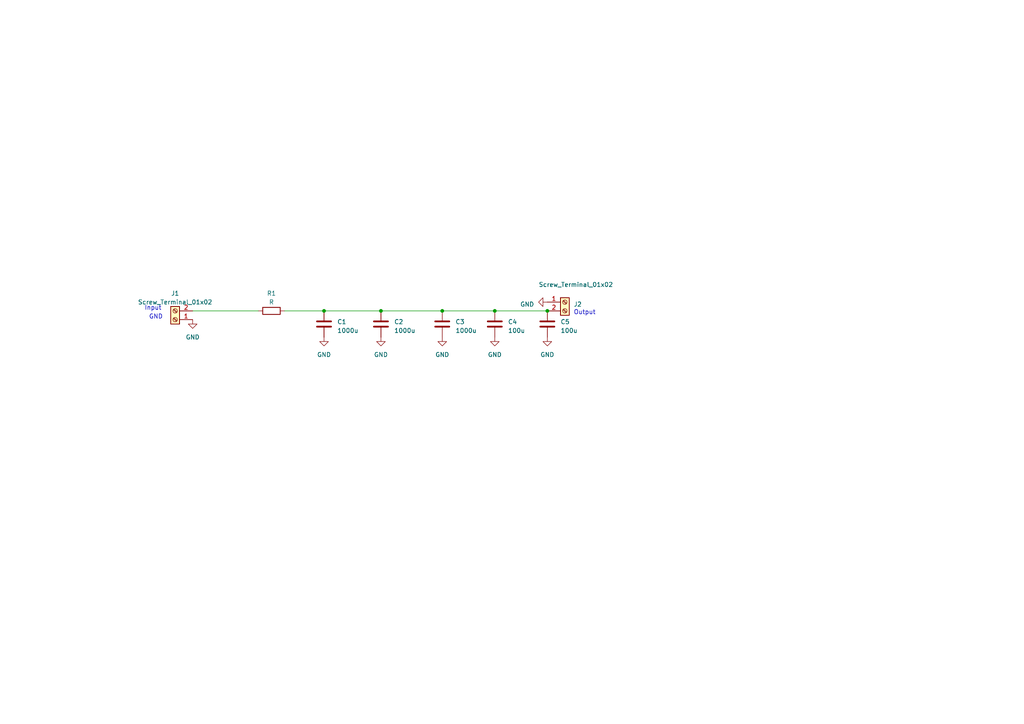
<source format=kicad_sch>
(kicad_sch (version 20230121) (generator eeschema)
  (paper "A4")
  (title_block (title "Current Reader Passive Filter") (date "2024-10-31") (rev "1.0"))
  (lib_symbols
    (symbol "Connector:Screw_Terminal_01x02" (pin_names (offset 1.016) hide)
      (property "Reference" "J" (at 0 2.54 0))
      (property "Value" "Screw_Terminal_01x02" (at 0 -5.08 0))
      (symbol "Screw_Terminal_01x02_1_1"
        (rectangle (start -1.27 1.27) (end 1.27 -3.81) (stroke (width 0.254)) (fill (type background)))
        (circle (center 0 -2.54) (radius 0.635) (stroke (width 0.1524)))
        (polyline (pts (xy -0.5334 -2.2098) (xy 0.3302 -3.048)) (stroke (width 0.1524)))
        (polyline (pts (xy -0.5334 0.3302) (xy 0.3302 -0.508)) (stroke (width 0.1524)))
        (polyline (pts (xy -0.3556 -2.032) (xy 0.508 -2.8702)) (stroke (width 0.1524)))
        (polyline (pts (xy -0.3556 0.508) (xy 0.508 -0.3302)) (stroke (width 0.1524)))
        (circle (center 0 0) (radius 0.635) (stroke (width 0.1524)))
        (pin passive line (at -5.08 0 0) (length 3.81) (name "Pin_1") (number "1"))
        (pin passive line (at -5.08 -2.54 0) (length 3.81) (name "Pin_2") (number "2"))
      )
    )
    (symbol "Device:C" (pin_numbers hide) (pin_names (offset 0.254))
      (property "Reference" "C" (at 0.635 2.54 0))
      (property "Value" "C" (at 0.635 -2.54 0))
      (symbol "C_0_1"
        (polyline (pts (xy -2.032 -0.762) (xy 2.032 -0.762)) (stroke (width 0.508)))
        (polyline (pts (xy -2.032 0.762) (xy 2.032 0.762)) (stroke (width 0.508)))
      )
      (symbol "C_1_1"
        (pin passive line (at 0 3.81 270) (length 2.794) (name "~") (number "1"))
        (pin passive line (at 0 -3.81 90) (length 2.794) (name "~") (number "2"))
      )
    )
    (symbol "Device:R" (pin_numbers hide) (pin_names (offset 0))
      (property "Reference" "R" (at 2.032 0 90))
      (property "Value" "R" (at 0 0 90))
      (symbol "R_0_1"
        (rectangle (start -1.016 -2.54) (end 1.016 2.54) (stroke (width 0.254)))
      )
      (symbol "R_1_1"
        (pin passive line (at 0 3.81 270) (length 1.27) (name "~") (number "1"))
        (pin passive line (at 0 -3.81 90) (length 1.27) (name "~") (number "2"))
      )
    )
    (symbol "power:GND" (power) (pin_names (offset 0))
      (property "Value" "GND" (at 0 -3.81 0))
      (symbol "GND_0_1"
        (polyline (pts (xy 0 0) (xy 0 -1.27) (xy 1.27 -1.27) (xy 0 -2.54) (xy -1.27 -1.27) (xy 0 -1.27)))
      )
      (symbol "GND_1_1"
        (pin power_in line (at 0 0 270) (length 0) hide (name "GND") (number "1"))
      )
    )
  )
  (junction (at 158.75 90.17))
  (junction (at 128.27 90.17))
  (junction (at 93.98 90.17))
  (junction (at 143.51 90.17))
  (junction (at 110.49 90.17))
  (wire (pts (xy 128.27 90.17) (xy 143.51 90.17)))
  (wire (pts (xy 143.51 90.17) (xy 158.75 90.17)))
  (wire (pts (xy 110.49 90.17) (xy 128.27 90.17)))
  (wire (pts (xy 82.55 90.17) (xy 93.98 90.17)))
  (wire (pts (xy 55.88 90.17) (xy 74.93 90.17)))
  (wire (pts (xy 93.98 90.17) (xy 110.49 90.17)))
  (text "Output" (at 166.37 91.44 0) (effects (font (size 1.27 1.27)) (justify left bottom)))
  (text "Input" (at 41.91 90.17 0) (effects (font (size 1.27 1.27)) (justify left bottom)))
  (text "GND" (at 43.18 92.71 0) (effects (font (size 1.27 1.27)) (justify left bottom)))
  (symbol (lib_id "power:GND") (at 143.51 97.79 0) (unit 1)
    (property "Reference" "#PWR05" (effects hide))
    (property "Value" "GND" (at 143.51 102.87 0))
  )
  (symbol (lib_id "Device:R") (at 78.74 90.17 90) (unit 1)
    (property "Reference" "R1" (at 78.74 85.09 90))
    (property "Value" "R" (at 78.74 87.63 90))
    (property "Footprint" "Resistor_THT:R_Axial_DIN0207_L6.3mm_D2.5mm_P10.16mm_Horizontal" (effects hide))
  )
  (symbol (lib_id "Connector:Screw_Terminal_01x02") (at 50.8 92.71 180) (unit 1)
    (property "Reference" "J1" (at 50.8 85.09 0))
    (property "Value" "Screw_Terminal_01x02" (at 50.8 87.63 0))
    (property "Footprint" "TerminalBlock_Phoenix:TerminalBlock_Phoenix_MKDS-3-2-5.08_1x02_P5.08mm_Horizontal" (effects hide))
  )
  (symbol (lib_id "power:GND") (at 55.88 92.71 0) (unit 1)
    (property "Reference" "#PWR01" (effects hide))
    (property "Value" "GND" (at 55.88 97.79 0))
  )
  (symbol (lib_id "Device:C") (at 158.75 93.98 0) (unit 1)
    (property "Reference" "C5" (at 162.56 93.345 0) (effects (justify left)))
    (property "Value" "100u" (at 162.56 95.885 0) (effects (justify left)))
    (property "Footprint" "Capacitor_THT:C_Disc_D4.7mm_W2.5mm_P5.00mm" (effects hide))
  )
  (symbol (lib_id "Device:C") (at 143.51 93.98 0) (unit 1)
    (property "Reference" "C4" (at 147.32 93.345 0) (effects (justify left)))
    (property "Value" "100u" (at 147.32 95.885 0) (effects (justify left)))
    (property "Footprint" "Capacitor_THT:C_Disc_D4.7mm_W2.5mm_P5.00mm" (effects hide))
  )
  (symbol (lib_id "Device:C") (at 128.27 93.98 0) (unit 1)
    (property "Reference" "C3" (at 132.08 93.345 0) (effects (justify left)))
    (property "Value" "1000u" (at 132.08 95.885 0) (effects (justify left)))
    (property "Footprint" "Capacitor_THT:CP_Radial_D10.0mm_P5.00mm" (effects hide))
  )
  (symbol (lib_id "Device:C") (at 93.98 93.98 0) (unit 1)
    (property "Reference" "C1" (at 97.79 93.345 0) (effects (justify left)))
    (property "Value" "1000u" (at 97.79 95.885 0) (effects (justify left)))
    (property "Footprint" "Capacitor_THT:CP_Radial_D10.0mm_P5.00mm" (effects hide))
  )
  (symbol (lib_id "power:GND") (at 158.75 87.63 270) (unit 1)
    (property "Reference" "#PWR07" (effects hide))
    (property "Value" "GND" (at 154.94 88.265 90) (effects (justify right)))
  )
  (symbol (lib_id "power:GND") (at 110.49 97.79 0) (unit 1)
    (property "Reference" "#PWR03" (effects hide))
    (property "Value" "GND" (at 110.49 102.87 0))
  )
  (symbol (lib_id "Connector:Screw_Terminal_01x02") (at 163.83 87.63 0) (unit 1)
    (property "Reference" "J2" (at 166.37 88.265 0) (effects (justify left)))
    (property "Value" "Screw_Terminal_01x02" (at 156.21 82.55 0) (effects (justify left)))
    (property "Footprint" "TerminalBlock_Phoenix:TerminalBlock_Phoenix_MKDS-3-2-5.08_1x02_P5.08mm_Horizontal" (effects hide))
  )
  (symbol (lib_id "power:GND") (at 158.75 97.79 0) (unit 1)
    (property "Reference" "#PWR06" (effects hide))
    (property "Value" "GND" (at 158.75 102.87 0))
  )
  (symbol (lib_id "power:GND") (at 128.27 97.79 0) (unit 1)
    (property "Reference" "#PWR04" (effects hide))
    (property "Value" "GND" (at 128.27 102.87 0))
  )
  (symbol (lib_id "Device:C") (at 110.49 93.98 0) (unit 1)
    (property "Reference" "C2" (at 114.3 93.345 0) (effects (justify left)))
    (property "Value" "1000u" (at 114.3 95.885 0) (effects (justify left)))
    (property "Footprint" "Capacitor_THT:CP_Radial_D10.0mm_P5.00mm" (effects hide))
  )
  (symbol (lib_id "power:GND") (at 93.98 97.79 0) (unit 1)
    (property "Reference" "#PWR02" (effects hide))
    (property "Value" "GND" (at 93.98 102.87 0))
  )
)
</source>
